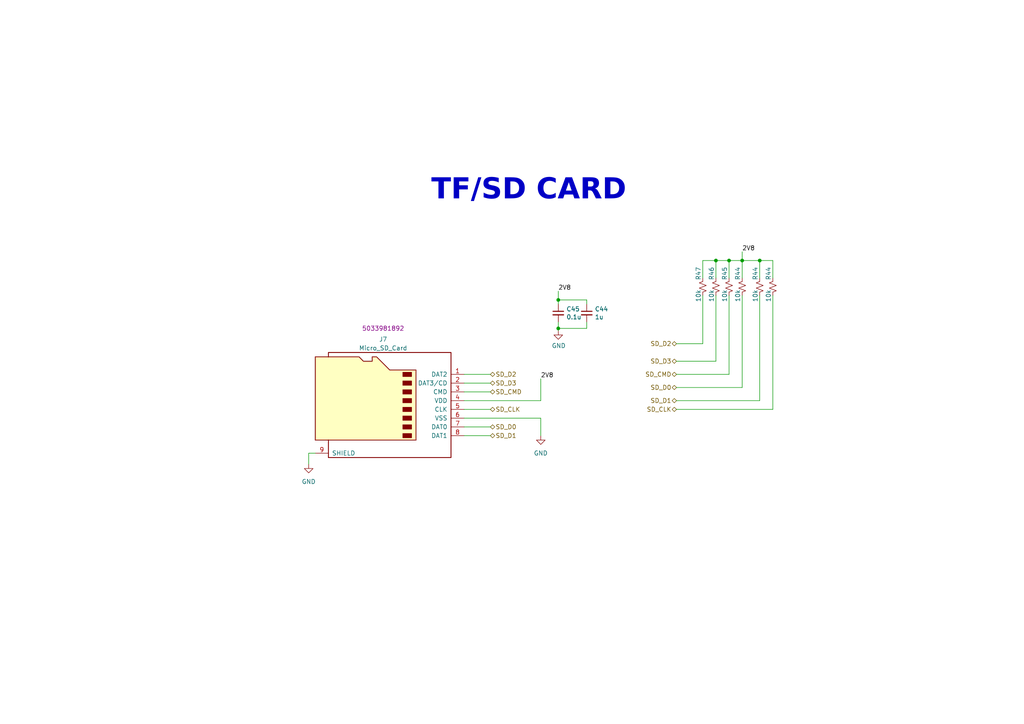
<source format=kicad_sch>
(kicad_sch (version 20230121) (generator eeschema)
  (paper "A4")
  (lib_symbols
    (symbol "Connector:Micro_SD_Card" (pin_names (offset 1.016))
      (property "Reference" "J" (at -16.51 15.24 0))
      (property "Value" "Micro_SD_Card" (at 16.51 15.24 0))
      (symbol "Micro_SD_Card_0_1"
        (rectangle (start -7.62 -9.525) (end -5.08 -10.795) (fill (type outline)))
        (rectangle (start -7.62 -6.985) (end -5.08 -8.255) (fill (type outline)))
        (rectangle (start -7.62 -4.445) (end -5.08 -5.715) (fill (type outline)))
        (rectangle (start -7.62 -1.905) (end -5.08 -3.175) (fill (type outline)))
        (rectangle (start -7.62 0.635) (end -5.08 -0.635) (fill (type outline)))
        (rectangle (start -7.62 3.175) (end -5.08 1.905) (fill (type outline)))
        (rectangle (start -7.62 5.715) (end -5.08 4.445) (fill (type outline)))
        (rectangle (start -7.62 8.255) (end -5.08 6.985) (fill (type outline)))
        (polyline (pts (xy 16.51 12.7) (xy 16.51 13.97) (xy -19.05 13.97) (xy -19.05 -16.51) (xy 16.51 -16.51) (xy 16.51 -11.43)) (stroke (width 0.254)))
        (polyline (pts (xy -8.89 -11.43) (xy -8.89 8.89) (xy -1.27 8.89) (xy 2.54 12.7) (xy 3.81 12.7) (xy 3.81 11.43) (xy 6.35 11.43) (xy 7.62 12.7) (xy 20.32 12.7) (xy 20.32 -11.43) (xy -8.89 -11.43)) (stroke (width 0.254)) (fill (type background)))
      )
      (symbol "Micro_SD_Card_1_1"
        (pin bidirectional line (at -22.86 7.62 0) (length 3.81) (name "DAT2") (number "1"))
        (pin bidirectional line (at -22.86 5.08 0) (length 3.81) (name "DAT3/CD") (number "2"))
        (pin input line (at -22.86 2.54 0) (length 3.81) (name "CMD") (number "3"))
        (pin power_in line (at -22.86 0 0) (length 3.81) (name "VDD") (number "4"))
        (pin input line (at -22.86 -2.54 0) (length 3.81) (name "CLK") (number "5"))
        (pin power_in line (at -22.86 -5.08 0) (length 3.81) (name "VSS") (number "6"))
        (pin bidirectional line (at -22.86 -7.62 0) (length 3.81) (name "DAT0") (number "7"))
        (pin bidirectional line (at -22.86 -10.16 0) (length 3.81) (name "DAT1") (number "8"))
        (pin passive line (at 20.32 -15.24 180) (length 3.81) (name "SHIELD") (number "9"))
      )
    )
    (symbol "fridgeduino-rescue:C_Small-Device" (pin_numbers hide) (pin_names (offset 0.254) hide)
      (property "Reference" "C" (at 0.254 1.778 0))
      (property "Value" "C_Small-Device" (at 0.254 -2.032 0))
      (symbol "C_Small-Device_0_1"
        (polyline (pts (xy -1.524 -0.508) (xy 1.524 -0.508)) (stroke (width 0.3302)))
        (polyline (pts (xy -1.524 0.508) (xy 1.524 0.508)) (stroke (width 0.3048)))
      )
      (symbol "C_Small-Device_1_1"
        (pin passive line (at 0 2.54 270) (length 2.032) (name "~") (number "1"))
        (pin passive line (at 0 -2.54 90) (length 2.032) (name "~") (number "2"))
      )
    )
    (symbol "fridgeduino-rescue:GND-power" (power) (pin_names (offset 0))
      (property "Value" "GND-power" (at 0 -3.81 0))
      (symbol "GND-power_0_1"
        (polyline (pts (xy 0 0) (xy 0 -1.27) (xy 1.27 -1.27) (xy 0 -2.54) (xy -1.27 -1.27) (xy 0 -1.27)))
      )
      (symbol "GND-power_1_1"
        (pin power_in line (at 0 0 270) (length 0) hide (name "GND") (number "1"))
      )
    )
    (symbol "fridgeduino-rescue:R_Small_US-Device" (pin_numbers hide) (pin_names (offset 0.254) hide)
      (property "Reference" "R" (at 0.762 0.508 0))
      (property "Value" "R_Small_US-Device" (at 0.762 -1.016 0))
      (symbol "R_Small_US-Device_1_1"
        (polyline (pts (xy 0 0) (xy 1.016 -0.381) (xy 0 -0.762) (xy -1.016 -1.143) (xy 0 -1.524)))
        (polyline (pts (xy 0 1.524) (xy 1.016 1.143) (xy 0 0.762) (xy -1.016 0.381) (xy 0 0)))
        (pin passive line (at 0 2.54 270) (length 1.016) (name "~") (number "1"))
        (pin passive line (at 0 -2.54 90) (length 1.016) (name "~") (number "2"))
      )
    )
    (symbol "power:GND" (power) (pin_names (offset 0))
      (property "Value" "GND" (at 0 -3.81 0))
      (symbol "GND_0_1"
        (polyline (pts (xy 0 0) (xy 0 -1.27) (xy 1.27 -1.27) (xy 0 -2.54) (xy -1.27 -1.27) (xy 0 -1.27)))
      )
      (symbol "GND_1_1"
        (pin power_in line (at 0 0 270) (length 0) hide (name "GND") (number "1"))
      )
    )
  )
  (junction (at 161.925 86.995))
  (junction (at 215.265 75.565))
  (junction (at 161.925 95.25))
  (junction (at 207.645 75.565))
  (junction (at 211.455 75.565))
  (junction (at 220.345 75.565))
  (wire (pts (xy 156.845 121.285) (xy 156.845 126.365)))
  (wire (pts (xy 207.645 85.725) (xy 207.645 104.775)))
  (wire (pts (xy 207.645 75.565) (xy 207.645 80.645)))
  (wire (pts (xy 134.62 116.205) (xy 156.845 116.205)))
  (wire (pts (xy 161.925 86.995) (xy 170.18 86.995)))
  (wire (pts (xy 196.215 116.205) (xy 220.345 116.205)))
  (wire (pts (xy 215.265 75.565) (xy 220.345 75.565)))
  (wire (pts (xy 211.455 75.565) (xy 215.265 75.565)))
  (wire (pts (xy 161.925 95.25) (xy 170.18 95.25)))
  (wire (pts (xy 207.645 75.565) (xy 211.455 75.565)))
  (wire (pts (xy 161.925 95.885) (xy 161.925 95.25)))
  (wire (pts (xy 196.215 108.585) (xy 211.455 108.585)))
  (wire (pts (xy 224.155 75.565) (xy 224.155 80.645)))
  (wire (pts (xy 142.24 111.125) (xy 134.62 111.125)))
  (wire (pts (xy 215.265 75.565) (xy 215.265 80.645)))
  (wire (pts (xy 156.845 109.855) (xy 156.845 116.205)))
  (wire (pts (xy 134.62 121.285) (xy 156.845 121.285)))
  (wire (pts (xy 142.24 113.665) (xy 134.62 113.665)))
  (wire (pts (xy 170.18 95.25) (xy 170.18 93.345)))
  (wire (pts (xy 196.215 104.775) (xy 207.645 104.775)))
  (wire (pts (xy 203.835 80.645) (xy 203.835 75.565)))
  (wire (pts (xy 161.925 93.345) (xy 161.925 95.25)))
  (wire (pts (xy 215.265 73.025) (xy 215.265 75.565)))
  (wire (pts (xy 89.535 131.445) (xy 91.44 131.445)))
  (wire (pts (xy 220.345 85.725) (xy 220.345 116.205)))
  (wire (pts (xy 196.215 99.695) (xy 203.835 99.695)))
  (wire (pts (xy 142.24 108.585) (xy 134.62 108.585)))
  (wire (pts (xy 161.925 84.455) (xy 161.925 86.995)))
  (wire (pts (xy 203.835 75.565) (xy 207.645 75.565)))
  (wire (pts (xy 220.345 75.565) (xy 220.345 80.645)))
  (wire (pts (xy 89.535 134.62) (xy 89.535 131.445)))
  (wire (pts (xy 224.155 85.725) (xy 224.155 118.745)))
  (wire (pts (xy 196.215 112.395) (xy 215.265 112.395)))
  (wire (pts (xy 161.925 86.995) (xy 161.925 88.265)))
  (wire (pts (xy 215.265 85.725) (xy 215.265 112.395)))
  (wire (pts (xy 211.455 75.565) (xy 211.455 80.645)))
  (wire (pts (xy 203.835 85.725) (xy 203.835 99.695)))
  (wire (pts (xy 170.18 86.995) (xy 170.18 88.265)))
  (wire (pts (xy 142.24 118.745) (xy 134.62 118.745)))
  (wire (pts (xy 142.24 123.825) (xy 134.62 123.825)))
  (wire (pts (xy 220.345 75.565) (xy 224.155 75.565)))
  (wire (pts (xy 196.215 118.745) (xy 224.155 118.745)))
  (wire (pts (xy 142.24 126.365) (xy 134.62 126.365)))
  (wire (pts (xy 211.455 85.725) (xy 211.455 108.585)))
  (text "TF/SD CARD" (at 125.095 60.325 0) (effects (font (size 6 6) (thickness 1.2) bold) (justify left bottom)))
  (label "2V8" (at 156.845 109.855 0))
  (label "2V8" (at 161.925 84.455 0))
  (label "2V8" (at 215.265 73.025 0))
  (hierarchical_label "SD_D0" (shape bidirectional) (at 196.215 112.395 180))
  (hierarchical_label "SD_D1" (shape bidirectional) (at 142.24 126.365 0))
  (hierarchical_label "SD_CLK" (shape bidirectional) (at 196.215 118.745 180))
  (hierarchical_label "SD_D2" (shape bidirectional) (at 196.215 99.695 180))
  (hierarchical_label "SD_D2" (shape bidirectional) (at 142.24 108.585 0))
  (hierarchical_label "SD_CMD" (shape bidirectional) (at 196.215 108.585 180))
  (hierarchical_label "SD_D1" (shape bidirectional) (at 196.215 116.205 180))
  (hierarchical_label "SD_CMD" (shape bidirectional) (at 142.24 113.665 0))
  (hierarchical_label "SD_D0" (shape bidirectional) (at 142.24 123.825 0))
  (hierarchical_label "SD_CLK" (shape bidirectional) (at 142.24 118.745 0))
  (hierarchical_label "SD_D3" (shape bidirectional) (at 196.215 104.775 180))
  (hierarchical_label "SD_D3" (shape bidirectional) (at 142.24 111.125 0))
  (symbol (lib_id "fridgeduino-rescue:R_Small_US-Device") (at 203.835 83.185 0) (mirror y) (unit 1)
    (property "Reference" "R47" (at 202.565 81.28 90) (effects (justify left)))
    (property "Value" "10k" (at 202.565 87.63 90) (effects (justify left)))
    (property "Footprint" "Resistor_SMD:R_0402_1005Metric" (effects hide))
    (instances (project "soilpal_v2_display" (path "" (reference "R47") (unit 1))) (project "GPS_MODULE_V3.kicad_pro" (path "" (reference "R37") (unit 1))) (project "BIM_PCB" (path "" (reference "R?") (unit 1)) (path "" (reference "R40") (unit 1))) (project "sd_card" (path "" (reference "R18") (unit 1))))
  )
  (symbol (lib_id "fridgeduino-rescue:C_Small-Device") (at 170.18 90.805 0) (unit 1)
    (property "Reference" "C44" (at 172.5168 89.6366 0) (effects (justify left)))
    (property "Value" "1u" (at 172.5168 91.948 0) (effects (justify left)))
    (property "Footprint" "Capacitor_SMD:C_0402_1005Metric" (effects hide))
    (instances (project "soilpal_v2_display" (path "" (reference "C44") (unit 1))) (project "GPS_MODULE_V3.kicad_pro" (path "" (reference "C34") (unit 1))) (project "BIM_PCB" (path "" (reference "C?") (unit 1)) (path "" (reference "C22") (unit 1))) (project "sd_card" (path "" (reference "C14") (unit 1))))
  )
  (symbol (lib_id "Connector:Micro_SD_Card") (at 111.76 116.205 0) (mirror y) (unit 1)
    (property "Reference" "J7" (at 111.125 98.425 0))
    (property "Value" "Micro_SD_Card" (at 111.125 100.965 0))
    (property "Footprint" "MACHADA_footprints:MOLEX_503398-1892" (effects hide))
    (property "Datasheet" "http://katalog.we-online.de/em/datasheet/693072010801.pdf" (effects hide))
    (property "MPN" "5033981892" (at 111.125 95.25 0))
    (instances (project "soilpal_v2_display" (path "" (reference "J7") (unit 1))) (project "GPS_MODULE_V3.kicad_pro" (path "" (reference "J4") (unit 1))) (project "BIM_PCB" (path "" (reference "J?") (unit 1)) (path "" (reference "J4") (unit 1))))
  )
  (symbol (lib_id "fridgeduino-rescue:R_Small_US-Device") (at 220.345 83.185 0) (mirror y) (unit 1)
    (property "Reference" "R44" (at 219.075 81.28 90) (effects (justify left)))
    (property "Value" "10k" (at 219.075 87.63 90) (effects (justify left)))
    (property "Footprint" "Resistor_SMD:R_0402_1005Metric" (effects hide))
    (instances (project "soilpal_v2_display" (path "" (reference "R44") (unit 1))) (project "GPS_MODULE_V3.kicad_pro" (path "" (reference "R41") (unit 1))) (project "BIM_PCB" (path "" (reference "R?") (unit 1)) (path "" (reference "R46") (unit 1))) (project "sd_card" (path "" (reference "R21") (unit 1))))
  )
  (symbol (lib_id "fridgeduino-rescue:C_Small-Device") (at 161.925 90.805 0) (unit 1)
    (property "Reference" "C45" (at 164.2618 89.6366 0) (effects (justify left)))
    (property "Value" "0.1u" (at 164.2618 91.948 0) (effects (justify left)))
    (property "Footprint" "Capacitor_SMD:C_0402_1005Metric" (effects hide))
    (instances (project "soilpal_v2_display" (path "" (reference "C45") (unit 1))) (project "GPS_MODULE_V3.kicad_pro" (path "" (reference "C28") (unit 1))) (project "BIM_PCB" (path "" (reference "C?") (unit 1)) (path "" (reference "C21") (unit 1))) (project "sd_card" (path "" (reference "C13") (unit 1))))
  )
  (symbol (lib_id "fridgeduino-rescue:GND-power") (at 161.925 95.885 0) (unit 1)
    (property "Reference" "#PWR0116" (effects hide))
    (property "Value" "GND" (at 162.052 100.2792 0))
    (instances (project "soilpal_v2_display" (path "" (reference "#PWR0116") (unit 1))) (project "GPS_MODULE_V3.kicad_pro" (path "" (reference "#PWR038") (unit 1))) (project "BIM_PCB" (path "" (reference "#PWR0127") (unit 1)) (path "" (reference "#PWR0127") (unit 1))) (project "sd_card" (path "" (reference "#PWR043") (unit 1))))
  )
  (symbol (lib_id "fridgeduino-rescue:R_Small_US-Device") (at 207.645 83.185 0) (mirror y) (unit 1)
    (property "Reference" "R46" (at 206.375 81.28 90) (effects (justify left)))
    (property "Value" "10k" (at 206.375 87.63 90) (effects (justify left)))
    (property "Footprint" "Resistor_SMD:R_0402_1005Metric" (effects hide))
    (instances (project "soilpal_v2_display" (path "" (reference "R46") (unit 1))) (project "GPS_MODULE_V3.kicad_pro" (path "" (reference "R38") (unit 1))) (project "BIM_PCB" (path "" (reference "R?") (unit 1)) (path "" (reference "R41") (unit 1))) (project "sd_card" (path "" (reference "R19") (unit 1))))
  )
  (symbol (lib_id "fridgeduino-rescue:R_Small_US-Device") (at 215.265 83.185 0) (mirror y) (unit 1)
    (property "Reference" "R44" (at 213.995 81.28 90) (effects (justify left)))
    (property "Value" "10k" (at 213.995 87.63 90) (effects (justify left)))
    (property "Footprint" "Resistor_SMD:R_0402_1005Metric" (effects hide))
    (instances (project "soilpal_v2_display" (path "" (reference "R44") (unit 1))) (project "GPS_MODULE_V3.kicad_pro" (path "" (reference "R40") (unit 1))) (project "BIM_PCB" (path "" (reference "R?") (unit 1)) (path "" (reference "R45") (unit 1))) (project "sd_card" (path "" (reference "R21") (unit 1))))
  )
  (symbol (lib_id "power:GND") (at 89.535 134.62 0) (mirror y) (unit 1)
    (property "Reference" "#PWR0119" (effects hide))
    (property "Value" "GND" (at 89.535 139.7 0))
    (instances (project "soilpal_v2_display" (path "" (reference "#PWR0119") (unit 1))) (project "GPS_MODULE_V3.kicad_pro" (path "" (reference "#PWR040") (unit 1))) (project "BIM_PCB" (path "" (reference "#PWR0130") (unit 1)) (path "" (reference "#PWR0130") (unit 1))))
  )
  (symbol (lib_id "fridgeduino-rescue:R_Small_US-Device") (at 211.455 83.185 0) (mirror y) (unit 1)
    (property "Reference" "R45" (at 210.185 81.28 90) (effects (justify left)))
    (property "Value" "10k" (at 210.185 87.63 90) (effects (justify left)))
    (property "Footprint" "Resistor_SMD:R_0402_1005Metric" (effects hide))
    (instances (project "soilpal_v2_display" (path "" (reference "R45") (unit 1))) (project "GPS_MODULE_V3.kicad_pro" (path "" (reference "R39") (unit 1))) (project "BIM_PCB" (path "" (reference "R?") (unit 1)) (path "" (reference "R42") (unit 1))) (project "sd_card" (path "" (reference "R20") (unit 1))))
  )
  (symbol (lib_id "power:GND") (at 156.845 126.365 0) (mirror y) (unit 1)
    (property "Reference" "#PWR0118" (effects hide))
    (property "Value" "GND" (at 156.845 131.445 0))
    (instances (project "soilpal_v2_display" (path "" (reference "#PWR0118") (unit 1))) (project "GPS_MODULE_V3.kicad_pro" (path "" (reference "#PWR039") (unit 1))) (project "BIM_PCB" (path "" (reference "#PWR0129") (unit 1)) (path "" (reference "#PWR0129") (unit 1))))
  )
  (symbol (lib_id "fridgeduino-rescue:R_Small_US-Device") (at 224.155 83.185 0) (mirror y) (unit 1)
    (property "Reference" "R44" (at 222.885 81.28 90) (effects (justify left)))
    (property "Value" "10k" (at 222.885 87.63 90) (effects (justify left)))
    (property "Footprint" "Resistor_SMD:R_0402_1005Metric" (effects hide))
    (instances (project "soilpal_v2_display" (path "" (reference "R44") (unit 1))) (project "GPS_MODULE_V3.kicad_pro" (path "" (reference "R42") (unit 1))) (project "BIM_PCB" (path "" (reference "R?") (unit 1)) (path "" (reference "R47") (unit 1))) (project "sd_card" (path "" (reference "R21") (unit 1))))
  )
)
</source>
